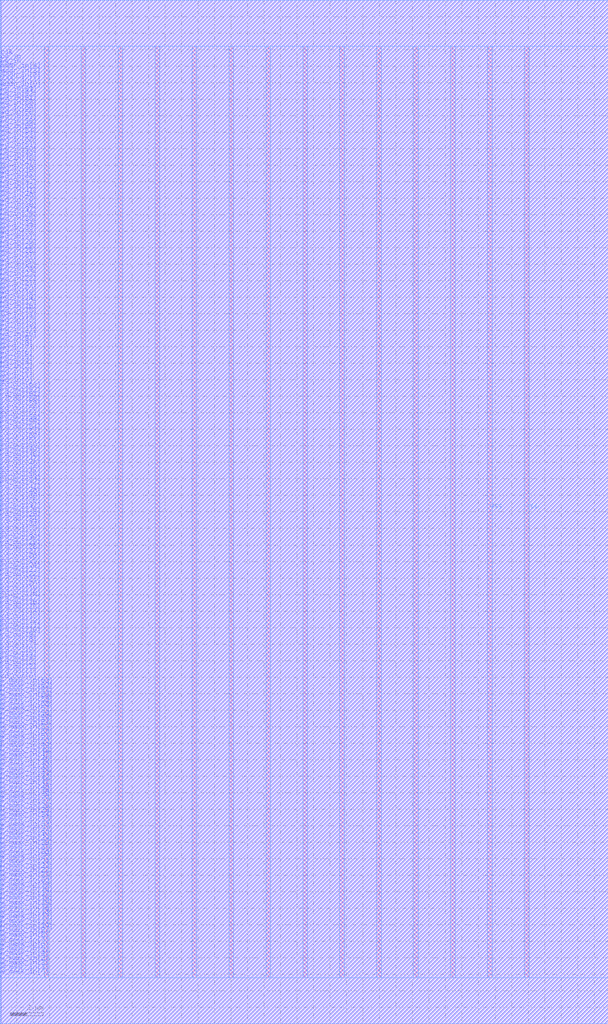
<source format=lef>
VERSION 5.7 ;
BUSBITCHARS "[]" ;
MACRO fakeram45_32x64
  FOREIGN fakeram45_32x64 0 0 ;
  SYMMETRY X Y R90 ;
  SIZE 36.860 BY 62.000 ;
  CLASS BLOCK ;
  PIN w_mask_in[0]
    DIRECTION INPUT ;
    USE SIGNAL ;
    SHAPE ABUTMENT ;
    PORT
      LAYER metal3 ;
      RECT 0.000 2.800 0.070 2.870 ;
    END
  END w_mask_in[0]
  PIN w_mask_in[1]
    DIRECTION INPUT ;
    USE SIGNAL ;
    SHAPE ABUTMENT ;
    PORT
      LAYER metal3 ;
      RECT 0.000 3.080 0.070 3.150 ;
    END
  END w_mask_in[1]
  PIN w_mask_in[2]
    DIRECTION INPUT ;
    USE SIGNAL ;
    SHAPE ABUTMENT ;
    PORT
      LAYER metal3 ;
      RECT 0.000 3.360 0.070 3.430 ;
    END
  END w_mask_in[2]
  PIN w_mask_in[3]
    DIRECTION INPUT ;
    USE SIGNAL ;
    SHAPE ABUTMENT ;
    PORT
      LAYER metal3 ;
      RECT 0.000 3.640 0.070 3.710 ;
    END
  END w_mask_in[3]
  PIN w_mask_in[4]
    DIRECTION INPUT ;
    USE SIGNAL ;
    SHAPE ABUTMENT ;
    PORT
      LAYER metal3 ;
      RECT 0.000 3.920 0.070 3.990 ;
    END
  END w_mask_in[4]
  PIN w_mask_in[5]
    DIRECTION INPUT ;
    USE SIGNAL ;
    SHAPE ABUTMENT ;
    PORT
      LAYER metal3 ;
      RECT 0.000 4.200 0.070 4.270 ;
    END
  END w_mask_in[5]
  PIN w_mask_in[6]
    DIRECTION INPUT ;
    USE SIGNAL ;
    SHAPE ABUTMENT ;
    PORT
      LAYER metal3 ;
      RECT 0.000 4.480 0.070 4.550 ;
    END
  END w_mask_in[6]
  PIN w_mask_in[7]
    DIRECTION INPUT ;
    USE SIGNAL ;
    SHAPE ABUTMENT ;
    PORT
      LAYER metal3 ;
      RECT 0.000 4.760 0.070 4.830 ;
    END
  END w_mask_in[7]
  PIN w_mask_in[8]
    DIRECTION INPUT ;
    USE SIGNAL ;
    SHAPE ABUTMENT ;
    PORT
      LAYER metal3 ;
      RECT 0.000 5.040 0.070 5.110 ;
    END
  END w_mask_in[8]
  PIN w_mask_in[9]
    DIRECTION INPUT ;
    USE SIGNAL ;
    SHAPE ABUTMENT ;
    PORT
      LAYER metal3 ;
      RECT 0.000 5.320 0.070 5.390 ;
    END
  END w_mask_in[9]
  PIN w_mask_in[10]
    DIRECTION INPUT ;
    USE SIGNAL ;
    SHAPE ABUTMENT ;
    PORT
      LAYER metal3 ;
      RECT 0.000 5.600 0.070 5.670 ;
    END
  END w_mask_in[10]
  PIN w_mask_in[11]
    DIRECTION INPUT ;
    USE SIGNAL ;
    SHAPE ABUTMENT ;
    PORT
      LAYER metal3 ;
      RECT 0.000 5.880 0.070 5.950 ;
    END
  END w_mask_in[11]
  PIN w_mask_in[12]
    DIRECTION INPUT ;
    USE SIGNAL ;
    SHAPE ABUTMENT ;
    PORT
      LAYER metal3 ;
      RECT 0.000 6.160 0.070 6.230 ;
    END
  END w_mask_in[12]
  PIN w_mask_in[13]
    DIRECTION INPUT ;
    USE SIGNAL ;
    SHAPE ABUTMENT ;
    PORT
      LAYER metal3 ;
      RECT 0.000 6.440 0.070 6.510 ;
    END
  END w_mask_in[13]
  PIN w_mask_in[14]
    DIRECTION INPUT ;
    USE SIGNAL ;
    SHAPE ABUTMENT ;
    PORT
      LAYER metal3 ;
      RECT 0.000 6.720 0.070 6.790 ;
    END
  END w_mask_in[14]
  PIN w_mask_in[15]
    DIRECTION INPUT ;
    USE SIGNAL ;
    SHAPE ABUTMENT ;
    PORT
      LAYER metal3 ;
      RECT 0.000 7.000 0.070 7.070 ;
    END
  END w_mask_in[15]
  PIN w_mask_in[16]
    DIRECTION INPUT ;
    USE SIGNAL ;
    SHAPE ABUTMENT ;
    PORT
      LAYER metal3 ;
      RECT 0.000 7.280 0.070 7.350 ;
    END
  END w_mask_in[16]
  PIN w_mask_in[17]
    DIRECTION INPUT ;
    USE SIGNAL ;
    SHAPE ABUTMENT ;
    PORT
      LAYER metal3 ;
      RECT 0.000 7.560 0.070 7.630 ;
    END
  END w_mask_in[17]
  PIN w_mask_in[18]
    DIRECTION INPUT ;
    USE SIGNAL ;
    SHAPE ABUTMENT ;
    PORT
      LAYER metal3 ;
      RECT 0.000 7.840 0.070 7.910 ;
    END
  END w_mask_in[18]
  PIN w_mask_in[19]
    DIRECTION INPUT ;
    USE SIGNAL ;
    SHAPE ABUTMENT ;
    PORT
      LAYER metal3 ;
      RECT 0.000 8.120 0.070 8.190 ;
    END
  END w_mask_in[19]
  PIN w_mask_in[20]
    DIRECTION INPUT ;
    USE SIGNAL ;
    SHAPE ABUTMENT ;
    PORT
      LAYER metal3 ;
      RECT 0.000 8.400 0.070 8.470 ;
    END
  END w_mask_in[20]
  PIN w_mask_in[21]
    DIRECTION INPUT ;
    USE SIGNAL ;
    SHAPE ABUTMENT ;
    PORT
      LAYER metal3 ;
      RECT 0.000 8.680 0.070 8.750 ;
    END
  END w_mask_in[21]
  PIN w_mask_in[22]
    DIRECTION INPUT ;
    USE SIGNAL ;
    SHAPE ABUTMENT ;
    PORT
      LAYER metal3 ;
      RECT 0.000 8.960 0.070 9.030 ;
    END
  END w_mask_in[22]
  PIN w_mask_in[23]
    DIRECTION INPUT ;
    USE SIGNAL ;
    SHAPE ABUTMENT ;
    PORT
      LAYER metal3 ;
      RECT 0.000 9.240 0.070 9.310 ;
    END
  END w_mask_in[23]
  PIN w_mask_in[24]
    DIRECTION INPUT ;
    USE SIGNAL ;
    SHAPE ABUTMENT ;
    PORT
      LAYER metal3 ;
      RECT 0.000 9.520 0.070 9.590 ;
    END
  END w_mask_in[24]
  PIN w_mask_in[25]
    DIRECTION INPUT ;
    USE SIGNAL ;
    SHAPE ABUTMENT ;
    PORT
      LAYER metal3 ;
      RECT 0.000 9.800 0.070 9.870 ;
    END
  END w_mask_in[25]
  PIN w_mask_in[26]
    DIRECTION INPUT ;
    USE SIGNAL ;
    SHAPE ABUTMENT ;
    PORT
      LAYER metal3 ;
      RECT 0.000 10.080 0.070 10.150 ;
    END
  END w_mask_in[26]
  PIN w_mask_in[27]
    DIRECTION INPUT ;
    USE SIGNAL ;
    SHAPE ABUTMENT ;
    PORT
      LAYER metal3 ;
      RECT 0.000 10.360 0.070 10.430 ;
    END
  END w_mask_in[27]
  PIN w_mask_in[28]
    DIRECTION INPUT ;
    USE SIGNAL ;
    SHAPE ABUTMENT ;
    PORT
      LAYER metal3 ;
      RECT 0.000 10.640 0.070 10.710 ;
    END
  END w_mask_in[28]
  PIN w_mask_in[29]
    DIRECTION INPUT ;
    USE SIGNAL ;
    SHAPE ABUTMENT ;
    PORT
      LAYER metal3 ;
      RECT 0.000 10.920 0.070 10.990 ;
    END
  END w_mask_in[29]
  PIN w_mask_in[30]
    DIRECTION INPUT ;
    USE SIGNAL ;
    SHAPE ABUTMENT ;
    PORT
      LAYER metal3 ;
      RECT 0.000 11.200 0.070 11.270 ;
    END
  END w_mask_in[30]
  PIN w_mask_in[31]
    DIRECTION INPUT ;
    USE SIGNAL ;
    SHAPE ABUTMENT ;
    PORT
      LAYER metal3 ;
      RECT 0.000 11.480 0.070 11.550 ;
    END
  END w_mask_in[31]
  PIN w_mask_in[32]
    DIRECTION INPUT ;
    USE SIGNAL ;
    SHAPE ABUTMENT ;
    PORT
      LAYER metal3 ;
      RECT 0.000 11.760 0.070 11.830 ;
    END
  END w_mask_in[32]
  PIN w_mask_in[33]
    DIRECTION INPUT ;
    USE SIGNAL ;
    SHAPE ABUTMENT ;
    PORT
      LAYER metal3 ;
      RECT 0.000 12.040 0.070 12.110 ;
    END
  END w_mask_in[33]
  PIN w_mask_in[34]
    DIRECTION INPUT ;
    USE SIGNAL ;
    SHAPE ABUTMENT ;
    PORT
      LAYER metal3 ;
      RECT 0.000 12.320 0.070 12.390 ;
    END
  END w_mask_in[34]
  PIN w_mask_in[35]
    DIRECTION INPUT ;
    USE SIGNAL ;
    SHAPE ABUTMENT ;
    PORT
      LAYER metal3 ;
      RECT 0.000 12.600 0.070 12.670 ;
    END
  END w_mask_in[35]
  PIN w_mask_in[36]
    DIRECTION INPUT ;
    USE SIGNAL ;
    SHAPE ABUTMENT ;
    PORT
      LAYER metal3 ;
      RECT 0.000 12.880 0.070 12.950 ;
    END
  END w_mask_in[36]
  PIN w_mask_in[37]
    DIRECTION INPUT ;
    USE SIGNAL ;
    SHAPE ABUTMENT ;
    PORT
      LAYER metal3 ;
      RECT 0.000 13.160 0.070 13.230 ;
    END
  END w_mask_in[37]
  PIN w_mask_in[38]
    DIRECTION INPUT ;
    USE SIGNAL ;
    SHAPE ABUTMENT ;
    PORT
      LAYER metal3 ;
      RECT 0.000 13.440 0.070 13.510 ;
    END
  END w_mask_in[38]
  PIN w_mask_in[39]
    DIRECTION INPUT ;
    USE SIGNAL ;
    SHAPE ABUTMENT ;
    PORT
      LAYER metal3 ;
      RECT 0.000 13.720 0.070 13.790 ;
    END
  END w_mask_in[39]
  PIN w_mask_in[40]
    DIRECTION INPUT ;
    USE SIGNAL ;
    SHAPE ABUTMENT ;
    PORT
      LAYER metal3 ;
      RECT 0.000 14.000 0.070 14.070 ;
    END
  END w_mask_in[40]
  PIN w_mask_in[41]
    DIRECTION INPUT ;
    USE SIGNAL ;
    SHAPE ABUTMENT ;
    PORT
      LAYER metal3 ;
      RECT 0.000 14.280 0.070 14.350 ;
    END
  END w_mask_in[41]
  PIN w_mask_in[42]
    DIRECTION INPUT ;
    USE SIGNAL ;
    SHAPE ABUTMENT ;
    PORT
      LAYER metal3 ;
      RECT 0.000 14.560 0.070 14.630 ;
    END
  END w_mask_in[42]
  PIN w_mask_in[43]
    DIRECTION INPUT ;
    USE SIGNAL ;
    SHAPE ABUTMENT ;
    PORT
      LAYER metal3 ;
      RECT 0.000 14.840 0.070 14.910 ;
    END
  END w_mask_in[43]
  PIN w_mask_in[44]
    DIRECTION INPUT ;
    USE SIGNAL ;
    SHAPE ABUTMENT ;
    PORT
      LAYER metal3 ;
      RECT 0.000 15.120 0.070 15.190 ;
    END
  END w_mask_in[44]
  PIN w_mask_in[45]
    DIRECTION INPUT ;
    USE SIGNAL ;
    SHAPE ABUTMENT ;
    PORT
      LAYER metal3 ;
      RECT 0.000 15.400 0.070 15.470 ;
    END
  END w_mask_in[45]
  PIN w_mask_in[46]
    DIRECTION INPUT ;
    USE SIGNAL ;
    SHAPE ABUTMENT ;
    PORT
      LAYER metal3 ;
      RECT 0.000 15.680 0.070 15.750 ;
    END
  END w_mask_in[46]
  PIN w_mask_in[47]
    DIRECTION INPUT ;
    USE SIGNAL ;
    SHAPE ABUTMENT ;
    PORT
      LAYER metal3 ;
      RECT 0.000 15.960 0.070 16.030 ;
    END
  END w_mask_in[47]
  PIN w_mask_in[48]
    DIRECTION INPUT ;
    USE SIGNAL ;
    SHAPE ABUTMENT ;
    PORT
      LAYER metal3 ;
      RECT 0.000 16.240 0.070 16.310 ;
    END
  END w_mask_in[48]
  PIN w_mask_in[49]
    DIRECTION INPUT ;
    USE SIGNAL ;
    SHAPE ABUTMENT ;
    PORT
      LAYER metal3 ;
      RECT 0.000 16.520 0.070 16.590 ;
    END
  END w_mask_in[49]
  PIN w_mask_in[50]
    DIRECTION INPUT ;
    USE SIGNAL ;
    SHAPE ABUTMENT ;
    PORT
      LAYER metal3 ;
      RECT 0.000 16.800 0.070 16.870 ;
    END
  END w_mask_in[50]
  PIN w_mask_in[51]
    DIRECTION INPUT ;
    USE SIGNAL ;
    SHAPE ABUTMENT ;
    PORT
      LAYER metal3 ;
      RECT 0.000 17.080 0.070 17.150 ;
    END
  END w_mask_in[51]
  PIN w_mask_in[52]
    DIRECTION INPUT ;
    USE SIGNAL ;
    SHAPE ABUTMENT ;
    PORT
      LAYER metal3 ;
      RECT 0.000 17.360 0.070 17.430 ;
    END
  END w_mask_in[52]
  PIN w_mask_in[53]
    DIRECTION INPUT ;
    USE SIGNAL ;
    SHAPE ABUTMENT ;
    PORT
      LAYER metal3 ;
      RECT 0.000 17.640 0.070 17.710 ;
    END
  END w_mask_in[53]
  PIN w_mask_in[54]
    DIRECTION INPUT ;
    USE SIGNAL ;
    SHAPE ABUTMENT ;
    PORT
      LAYER metal3 ;
      RECT 0.000 17.920 0.070 17.990 ;
    END
  END w_mask_in[54]
  PIN w_mask_in[55]
    DIRECTION INPUT ;
    USE SIGNAL ;
    SHAPE ABUTMENT ;
    PORT
      LAYER metal3 ;
      RECT 0.000 18.200 0.070 18.270 ;
    END
  END w_mask_in[55]
  PIN w_mask_in[56]
    DIRECTION INPUT ;
    USE SIGNAL ;
    SHAPE ABUTMENT ;
    PORT
      LAYER metal3 ;
      RECT 0.000 18.480 0.070 18.550 ;
    END
  END w_mask_in[56]
  PIN w_mask_in[57]
    DIRECTION INPUT ;
    USE SIGNAL ;
    SHAPE ABUTMENT ;
    PORT
      LAYER metal3 ;
      RECT 0.000 18.760 0.070 18.830 ;
    END
  END w_mask_in[57]
  PIN w_mask_in[58]
    DIRECTION INPUT ;
    USE SIGNAL ;
    SHAPE ABUTMENT ;
    PORT
      LAYER metal3 ;
      RECT 0.000 19.040 0.070 19.110 ;
    END
  END w_mask_in[58]
  PIN w_mask_in[59]
    DIRECTION INPUT ;
    USE SIGNAL ;
    SHAPE ABUTMENT ;
    PORT
      LAYER metal3 ;
      RECT 0.000 19.320 0.070 19.390 ;
    END
  END w_mask_in[59]
  PIN w_mask_in[60]
    DIRECTION INPUT ;
    USE SIGNAL ;
    SHAPE ABUTMENT ;
    PORT
      LAYER metal3 ;
      RECT 0.000 19.600 0.070 19.670 ;
    END
  END w_mask_in[60]
  PIN w_mask_in[61]
    DIRECTION INPUT ;
    USE SIGNAL ;
    SHAPE ABUTMENT ;
    PORT
      LAYER metal3 ;
      RECT 0.000 19.880 0.070 19.950 ;
    END
  END w_mask_in[61]
  PIN w_mask_in[62]
    DIRECTION INPUT ;
    USE SIGNAL ;
    SHAPE ABUTMENT ;
    PORT
      LAYER metal3 ;
      RECT 0.000 20.160 0.070 20.230 ;
    END
  END w_mask_in[62]
  PIN w_mask_in[63]
    DIRECTION INPUT ;
    USE SIGNAL ;
    SHAPE ABUTMENT ;
    PORT
      LAYER metal3 ;
      RECT 0.000 20.440 0.070 20.510 ;
    END
  END w_mask_in[63]
  PIN rd_out[0]
    DIRECTION OUTPUT ;
    USE SIGNAL ;
    SHAPE ABUTMENT ;
    PORT
      LAYER metal3 ;
      RECT 0.000 20.720 0.070 20.790 ;
    END
  END rd_out[0]
  PIN rd_out[1]
    DIRECTION OUTPUT ;
    USE SIGNAL ;
    SHAPE ABUTMENT ;
    PORT
      LAYER metal3 ;
      RECT 0.000 21.000 0.070 21.070 ;
    END
  END rd_out[1]
  PIN rd_out[2]
    DIRECTION OUTPUT ;
    USE SIGNAL ;
    SHAPE ABUTMENT ;
    PORT
      LAYER metal3 ;
      RECT 0.000 21.280 0.070 21.350 ;
    END
  END rd_out[2]
  PIN rd_out[3]
    DIRECTION OUTPUT ;
    USE SIGNAL ;
    SHAPE ABUTMENT ;
    PORT
      LAYER metal3 ;
      RECT 0.000 21.560 0.070 21.630 ;
    END
  END rd_out[3]
  PIN rd_out[4]
    DIRECTION OUTPUT ;
    USE SIGNAL ;
    SHAPE ABUTMENT ;
    PORT
      LAYER metal3 ;
      RECT 0.000 21.840 0.070 21.910 ;
    END
  END rd_out[4]
  PIN rd_out[5]
    DIRECTION OUTPUT ;
    USE SIGNAL ;
    SHAPE ABUTMENT ;
    PORT
      LAYER metal3 ;
      RECT 0.000 22.120 0.070 22.190 ;
    END
  END rd_out[5]
  PIN rd_out[6]
    DIRECTION OUTPUT ;
    USE SIGNAL ;
    SHAPE ABUTMENT ;
    PORT
      LAYER metal3 ;
      RECT 0.000 22.400 0.070 22.470 ;
    END
  END rd_out[6]
  PIN rd_out[7]
    DIRECTION OUTPUT ;
    USE SIGNAL ;
    SHAPE ABUTMENT ;
    PORT
      LAYER metal3 ;
      RECT 0.000 22.680 0.070 22.750 ;
    END
  END rd_out[7]
  PIN rd_out[8]
    DIRECTION OUTPUT ;
    USE SIGNAL ;
    SHAPE ABUTMENT ;
    PORT
      LAYER metal3 ;
      RECT 0.000 22.960 0.070 23.030 ;
    END
  END rd_out[8]
  PIN rd_out[9]
    DIRECTION OUTPUT ;
    USE SIGNAL ;
    SHAPE ABUTMENT ;
    PORT
      LAYER metal3 ;
      RECT 0.000 23.240 0.070 23.310 ;
    END
  END rd_out[9]
  PIN rd_out[10]
    DIRECTION OUTPUT ;
    USE SIGNAL ;
    SHAPE ABUTMENT ;
    PORT
      LAYER metal3 ;
      RECT 0.000 23.520 0.070 23.590 ;
    END
  END rd_out[10]
  PIN rd_out[11]
    DIRECTION OUTPUT ;
    USE SIGNAL ;
    SHAPE ABUTMENT ;
    PORT
      LAYER metal3 ;
      RECT 0.000 23.800 0.070 23.870 ;
    END
  END rd_out[11]
  PIN rd_out[12]
    DIRECTION OUTPUT ;
    USE SIGNAL ;
    SHAPE ABUTMENT ;
    PORT
      LAYER metal3 ;
      RECT 0.000 24.080 0.070 24.150 ;
    END
  END rd_out[12]
  PIN rd_out[13]
    DIRECTION OUTPUT ;
    USE SIGNAL ;
    SHAPE ABUTMENT ;
    PORT
      LAYER metal3 ;
      RECT 0.000 24.360 0.070 24.430 ;
    END
  END rd_out[13]
  PIN rd_out[14]
    DIRECTION OUTPUT ;
    USE SIGNAL ;
    SHAPE ABUTMENT ;
    PORT
      LAYER metal3 ;
      RECT 0.000 24.640 0.070 24.710 ;
    END
  END rd_out[14]
  PIN rd_out[15]
    DIRECTION OUTPUT ;
    USE SIGNAL ;
    SHAPE ABUTMENT ;
    PORT
      LAYER metal3 ;
      RECT 0.000 24.920 0.070 24.990 ;
    END
  END rd_out[15]
  PIN rd_out[16]
    DIRECTION OUTPUT ;
    USE SIGNAL ;
    SHAPE ABUTMENT ;
    PORT
      LAYER metal3 ;
      RECT 0.000 25.200 0.070 25.270 ;
    END
  END rd_out[16]
  PIN rd_out[17]
    DIRECTION OUTPUT ;
    USE SIGNAL ;
    SHAPE ABUTMENT ;
    PORT
      LAYER metal3 ;
      RECT 0.000 25.480 0.070 25.550 ;
    END
  END rd_out[17]
  PIN rd_out[18]
    DIRECTION OUTPUT ;
    USE SIGNAL ;
    SHAPE ABUTMENT ;
    PORT
      LAYER metal3 ;
      RECT 0.000 25.760 0.070 25.830 ;
    END
  END rd_out[18]
  PIN rd_out[19]
    DIRECTION OUTPUT ;
    USE SIGNAL ;
    SHAPE ABUTMENT ;
    PORT
      LAYER metal3 ;
      RECT 0.000 26.040 0.070 26.110 ;
    END
  END rd_out[19]
  PIN rd_out[20]
    DIRECTION OUTPUT ;
    USE SIGNAL ;
    SHAPE ABUTMENT ;
    PORT
      LAYER metal3 ;
      RECT 0.000 26.320 0.070 26.390 ;
    END
  END rd_out[20]
  PIN rd_out[21]
    DIRECTION OUTPUT ;
    USE SIGNAL ;
    SHAPE ABUTMENT ;
    PORT
      LAYER metal3 ;
      RECT 0.000 26.600 0.070 26.670 ;
    END
  END rd_out[21]
  PIN rd_out[22]
    DIRECTION OUTPUT ;
    USE SIGNAL ;
    SHAPE ABUTMENT ;
    PORT
      LAYER metal3 ;
      RECT 0.000 26.880 0.070 26.950 ;
    END
  END rd_out[22]
  PIN rd_out[23]
    DIRECTION OUTPUT ;
    USE SIGNAL ;
    SHAPE ABUTMENT ;
    PORT
      LAYER metal3 ;
      RECT 0.000 27.160 0.070 27.230 ;
    END
  END rd_out[23]
  PIN rd_out[24]
    DIRECTION OUTPUT ;
    USE SIGNAL ;
    SHAPE ABUTMENT ;
    PORT
      LAYER metal3 ;
      RECT 0.000 27.440 0.070 27.510 ;
    END
  END rd_out[24]
  PIN rd_out[25]
    DIRECTION OUTPUT ;
    USE SIGNAL ;
    SHAPE ABUTMENT ;
    PORT
      LAYER metal3 ;
      RECT 0.000 27.720 0.070 27.790 ;
    END
  END rd_out[25]
  PIN rd_out[26]
    DIRECTION OUTPUT ;
    USE SIGNAL ;
    SHAPE ABUTMENT ;
    PORT
      LAYER metal3 ;
      RECT 0.000 28.000 0.070 28.070 ;
    END
  END rd_out[26]
  PIN rd_out[27]
    DIRECTION OUTPUT ;
    USE SIGNAL ;
    SHAPE ABUTMENT ;
    PORT
      LAYER metal3 ;
      RECT 0.000 28.280 0.070 28.350 ;
    END
  END rd_out[27]
  PIN rd_out[28]
    DIRECTION OUTPUT ;
    USE SIGNAL ;
    SHAPE ABUTMENT ;
    PORT
      LAYER metal3 ;
      RECT 0.000 28.560 0.070 28.630 ;
    END
  END rd_out[28]
  PIN rd_out[29]
    DIRECTION OUTPUT ;
    USE SIGNAL ;
    SHAPE ABUTMENT ;
    PORT
      LAYER metal3 ;
      RECT 0.000 28.840 0.070 28.910 ;
    END
  END rd_out[29]
  PIN rd_out[30]
    DIRECTION OUTPUT ;
    USE SIGNAL ;
    SHAPE ABUTMENT ;
    PORT
      LAYER metal3 ;
      RECT 0.000 29.120 0.070 29.190 ;
    END
  END rd_out[30]
  PIN rd_out[31]
    DIRECTION OUTPUT ;
    USE SIGNAL ;
    SHAPE ABUTMENT ;
    PORT
      LAYER metal3 ;
      RECT 0.000 29.400 0.070 29.470 ;
    END
  END rd_out[31]
  PIN rd_out[32]
    DIRECTION OUTPUT ;
    USE SIGNAL ;
    SHAPE ABUTMENT ;
    PORT
      LAYER metal3 ;
      RECT 0.000 29.680 0.070 29.750 ;
    END
  END rd_out[32]
  PIN rd_out[33]
    DIRECTION OUTPUT ;
    USE SIGNAL ;
    SHAPE ABUTMENT ;
    PORT
      LAYER metal3 ;
      RECT 0.000 29.960 0.070 30.030 ;
    END
  END rd_out[33]
  PIN rd_out[34]
    DIRECTION OUTPUT ;
    USE SIGNAL ;
    SHAPE ABUTMENT ;
    PORT
      LAYER metal3 ;
      RECT 0.000 30.240 0.070 30.310 ;
    END
  END rd_out[34]
  PIN rd_out[35]
    DIRECTION OUTPUT ;
    USE SIGNAL ;
    SHAPE ABUTMENT ;
    PORT
      LAYER metal3 ;
      RECT 0.000 30.520 0.070 30.590 ;
    END
  END rd_out[35]
  PIN rd_out[36]
    DIRECTION OUTPUT ;
    USE SIGNAL ;
    SHAPE ABUTMENT ;
    PORT
      LAYER metal3 ;
      RECT 0.000 30.800 0.070 30.870 ;
    END
  END rd_out[36]
  PIN rd_out[37]
    DIRECTION OUTPUT ;
    USE SIGNAL ;
    SHAPE ABUTMENT ;
    PORT
      LAYER metal3 ;
      RECT 0.000 31.080 0.070 31.150 ;
    END
  END rd_out[37]
  PIN rd_out[38]
    DIRECTION OUTPUT ;
    USE SIGNAL ;
    SHAPE ABUTMENT ;
    PORT
      LAYER metal3 ;
      RECT 0.000 31.360 0.070 31.430 ;
    END
  END rd_out[38]
  PIN rd_out[39]
    DIRECTION OUTPUT ;
    USE SIGNAL ;
    SHAPE ABUTMENT ;
    PORT
      LAYER metal3 ;
      RECT 0.000 31.640 0.070 31.710 ;
    END
  END rd_out[39]
  PIN rd_out[40]
    DIRECTION OUTPUT ;
    USE SIGNAL ;
    SHAPE ABUTMENT ;
    PORT
      LAYER metal3 ;
      RECT 0.000 31.920 0.070 31.990 ;
    END
  END rd_out[40]
  PIN rd_out[41]
    DIRECTION OUTPUT ;
    USE SIGNAL ;
    SHAPE ABUTMENT ;
    PORT
      LAYER metal3 ;
      RECT 0.000 32.200 0.070 32.270 ;
    END
  END rd_out[41]
  PIN rd_out[42]
    DIRECTION OUTPUT ;
    USE SIGNAL ;
    SHAPE ABUTMENT ;
    PORT
      LAYER metal3 ;
      RECT 0.000 32.480 0.070 32.550 ;
    END
  END rd_out[42]
  PIN rd_out[43]
    DIRECTION OUTPUT ;
    USE SIGNAL ;
    SHAPE ABUTMENT ;
    PORT
      LAYER metal3 ;
      RECT 0.000 32.760 0.070 32.830 ;
    END
  END rd_out[43]
  PIN rd_out[44]
    DIRECTION OUTPUT ;
    USE SIGNAL ;
    SHAPE ABUTMENT ;
    PORT
      LAYER metal3 ;
      RECT 0.000 33.040 0.070 33.110 ;
    END
  END rd_out[44]
  PIN rd_out[45]
    DIRECTION OUTPUT ;
    USE SIGNAL ;
    SHAPE ABUTMENT ;
    PORT
      LAYER metal3 ;
      RECT 0.000 33.320 0.070 33.390 ;
    END
  END rd_out[45]
  PIN rd_out[46]
    DIRECTION OUTPUT ;
    USE SIGNAL ;
    SHAPE ABUTMENT ;
    PORT
      LAYER metal3 ;
      RECT 0.000 33.600 0.070 33.670 ;
    END
  END rd_out[46]
  PIN rd_out[47]
    DIRECTION OUTPUT ;
    USE SIGNAL ;
    SHAPE ABUTMENT ;
    PORT
      LAYER metal3 ;
      RECT 0.000 33.880 0.070 33.950 ;
    END
  END rd_out[47]
  PIN rd_out[48]
    DIRECTION OUTPUT ;
    USE SIGNAL ;
    SHAPE ABUTMENT ;
    PORT
      LAYER metal3 ;
      RECT 0.000 34.160 0.070 34.230 ;
    END
  END rd_out[48]
  PIN rd_out[49]
    DIRECTION OUTPUT ;
    USE SIGNAL ;
    SHAPE ABUTMENT ;
    PORT
      LAYER metal3 ;
      RECT 0.000 34.440 0.070 34.510 ;
    END
  END rd_out[49]
  PIN rd_out[50]
    DIRECTION OUTPUT ;
    USE SIGNAL ;
    SHAPE ABUTMENT ;
    PORT
      LAYER metal3 ;
      RECT 0.000 34.720 0.070 34.790 ;
    END
  END rd_out[50]
  PIN rd_out[51]
    DIRECTION OUTPUT ;
    USE SIGNAL ;
    SHAPE ABUTMENT ;
    PORT
      LAYER metal3 ;
      RECT 0.000 35.000 0.070 35.070 ;
    END
  END rd_out[51]
  PIN rd_out[52]
    DIRECTION OUTPUT ;
    USE SIGNAL ;
    SHAPE ABUTMENT ;
    PORT
      LAYER metal3 ;
      RECT 0.000 35.280 0.070 35.350 ;
    END
  END rd_out[52]
  PIN rd_out[53]
    DIRECTION OUTPUT ;
    USE SIGNAL ;
    SHAPE ABUTMENT ;
    PORT
      LAYER metal3 ;
      RECT 0.000 35.560 0.070 35.630 ;
    END
  END rd_out[53]
  PIN rd_out[54]
    DIRECTION OUTPUT ;
    USE SIGNAL ;
    SHAPE ABUTMENT ;
    PORT
      LAYER metal3 ;
      RECT 0.000 35.840 0.070 35.910 ;
    END
  END rd_out[54]
  PIN rd_out[55]
    DIRECTION OUTPUT ;
    USE SIGNAL ;
    SHAPE ABUTMENT ;
    PORT
      LAYER metal3 ;
      RECT 0.000 36.120 0.070 36.190 ;
    END
  END rd_out[55]
  PIN rd_out[56]
    DIRECTION OUTPUT ;
    USE SIGNAL ;
    SHAPE ABUTMENT ;
    PORT
      LAYER metal3 ;
      RECT 0.000 36.400 0.070 36.470 ;
    END
  END rd_out[56]
  PIN rd_out[57]
    DIRECTION OUTPUT ;
    USE SIGNAL ;
    SHAPE ABUTMENT ;
    PORT
      LAYER metal3 ;
      RECT 0.000 36.680 0.070 36.750 ;
    END
  END rd_out[57]
  PIN rd_out[58]
    DIRECTION OUTPUT ;
    USE SIGNAL ;
    SHAPE ABUTMENT ;
    PORT
      LAYER metal3 ;
      RECT 0.000 36.960 0.070 37.030 ;
    END
  END rd_out[58]
  PIN rd_out[59]
    DIRECTION OUTPUT ;
    USE SIGNAL ;
    SHAPE ABUTMENT ;
    PORT
      LAYER metal3 ;
      RECT 0.000 37.240 0.070 37.310 ;
    END
  END rd_out[59]
  PIN rd_out[60]
    DIRECTION OUTPUT ;
    USE SIGNAL ;
    SHAPE ABUTMENT ;
    PORT
      LAYER metal3 ;
      RECT 0.000 37.520 0.070 37.590 ;
    END
  END rd_out[60]
  PIN rd_out[61]
    DIRECTION OUTPUT ;
    USE SIGNAL ;
    SHAPE ABUTMENT ;
    PORT
      LAYER metal3 ;
      RECT 0.000 37.800 0.070 37.870 ;
    END
  END rd_out[61]
  PIN rd_out[62]
    DIRECTION OUTPUT ;
    USE SIGNAL ;
    SHAPE ABUTMENT ;
    PORT
      LAYER metal3 ;
      RECT 0.000 38.080 0.070 38.150 ;
    END
  END rd_out[62]
  PIN rd_out[63]
    DIRECTION OUTPUT ;
    USE SIGNAL ;
    SHAPE ABUTMENT ;
    PORT
      LAYER metal3 ;
      RECT 0.000 38.360 0.070 38.430 ;
    END
  END rd_out[63]
  PIN wd_in[0]
    DIRECTION INPUT ;
    USE SIGNAL ;
    SHAPE ABUTMENT ;
    PORT
      LAYER metal3 ;
      RECT 0.000 38.640 0.070 38.710 ;
    END
  END wd_in[0]
  PIN wd_in[1]
    DIRECTION INPUT ;
    USE SIGNAL ;
    SHAPE ABUTMENT ;
    PORT
      LAYER metal3 ;
      RECT 0.000 38.920 0.070 38.990 ;
    END
  END wd_in[1]
  PIN wd_in[2]
    DIRECTION INPUT ;
    USE SIGNAL ;
    SHAPE ABUTMENT ;
    PORT
      LAYER metal3 ;
      RECT 0.000 39.200 0.070 39.270 ;
    END
  END wd_in[2]
  PIN wd_in[3]
    DIRECTION INPUT ;
    USE SIGNAL ;
    SHAPE ABUTMENT ;
    PORT
      LAYER metal3 ;
      RECT 0.000 39.480 0.070 39.550 ;
    END
  END wd_in[3]
  PIN wd_in[4]
    DIRECTION INPUT ;
    USE SIGNAL ;
    SHAPE ABUTMENT ;
    PORT
      LAYER metal3 ;
      RECT 0.000 39.760 0.070 39.830 ;
    END
  END wd_in[4]
  PIN wd_in[5]
    DIRECTION INPUT ;
    USE SIGNAL ;
    SHAPE ABUTMENT ;
    PORT
      LAYER metal3 ;
      RECT 0.000 40.040 0.070 40.110 ;
    END
  END wd_in[5]
  PIN wd_in[6]
    DIRECTION INPUT ;
    USE SIGNAL ;
    SHAPE ABUTMENT ;
    PORT
      LAYER metal3 ;
      RECT 0.000 40.320 0.070 40.390 ;
    END
  END wd_in[6]
  PIN wd_in[7]
    DIRECTION INPUT ;
    USE SIGNAL ;
    SHAPE ABUTMENT ;
    PORT
      LAYER metal3 ;
      RECT 0.000 40.600 0.070 40.670 ;
    END
  END wd_in[7]
  PIN wd_in[8]
    DIRECTION INPUT ;
    USE SIGNAL ;
    SHAPE ABUTMENT ;
    PORT
      LAYER metal3 ;
      RECT 0.000 40.880 0.070 40.950 ;
    END
  END wd_in[8]
  PIN wd_in[9]
    DIRECTION INPUT ;
    USE SIGNAL ;
    SHAPE ABUTMENT ;
    PORT
      LAYER metal3 ;
      RECT 0.000 41.160 0.070 41.230 ;
    END
  END wd_in[9]
  PIN wd_in[10]
    DIRECTION INPUT ;
    USE SIGNAL ;
    SHAPE ABUTMENT ;
    PORT
      LAYER metal3 ;
      RECT 0.000 41.440 0.070 41.510 ;
    END
  END wd_in[10]
  PIN wd_in[11]
    DIRECTION INPUT ;
    USE SIGNAL ;
    SHAPE ABUTMENT ;
    PORT
      LAYER metal3 ;
      RECT 0.000 41.720 0.070 41.790 ;
    END
  END wd_in[11]
  PIN wd_in[12]
    DIRECTION INPUT ;
    USE SIGNAL ;
    SHAPE ABUTMENT ;
    PORT
      LAYER metal3 ;
      RECT 0.000 42.000 0.070 42.070 ;
    END
  END wd_in[12]
  PIN wd_in[13]
    DIRECTION INPUT ;
    USE SIGNAL ;
    SHAPE ABUTMENT ;
    PORT
      LAYER metal3 ;
      RECT 0.000 42.280 0.070 42.350 ;
    END
  END wd_in[13]
  PIN wd_in[14]
    DIRECTION INPUT ;
    USE SIGNAL ;
    SHAPE ABUTMENT ;
    PORT
      LAYER metal3 ;
      RECT 0.000 42.560 0.070 42.630 ;
    END
  END wd_in[14]
  PIN wd_in[15]
    DIRECTION INPUT ;
    USE SIGNAL ;
    SHAPE ABUTMENT ;
    PORT
      LAYER metal3 ;
      RECT 0.000 42.840 0.070 42.910 ;
    END
  END wd_in[15]
  PIN wd_in[16]
    DIRECTION INPUT ;
    USE SIGNAL ;
    SHAPE ABUTMENT ;
    PORT
      LAYER metal3 ;
      RECT 0.000 43.120 0.070 43.190 ;
    END
  END wd_in[16]
  PIN wd_in[17]
    DIRECTION INPUT ;
    USE SIGNAL ;
    SHAPE ABUTMENT ;
    PORT
      LAYER metal3 ;
      RECT 0.000 43.400 0.070 43.470 ;
    END
  END wd_in[17]
  PIN wd_in[18]
    DIRECTION INPUT ;
    USE SIGNAL ;
    SHAPE ABUTMENT ;
    PORT
      LAYER metal3 ;
      RECT 0.000 43.680 0.070 43.750 ;
    END
  END wd_in[18]
  PIN wd_in[19]
    DIRECTION INPUT ;
    USE SIGNAL ;
    SHAPE ABUTMENT ;
    PORT
      LAYER metal3 ;
      RECT 0.000 43.960 0.070 44.030 ;
    END
  END wd_in[19]
  PIN wd_in[20]
    DIRECTION INPUT ;
    USE SIGNAL ;
    SHAPE ABUTMENT ;
    PORT
      LAYER metal3 ;
      RECT 0.000 44.240 0.070 44.310 ;
    END
  END wd_in[20]
  PIN wd_in[21]
    DIRECTION INPUT ;
    USE SIGNAL ;
    SHAPE ABUTMENT ;
    PORT
      LAYER metal3 ;
      RECT 0.000 44.520 0.070 44.590 ;
    END
  END wd_in[21]
  PIN wd_in[22]
    DIRECTION INPUT ;
    USE SIGNAL ;
    SHAPE ABUTMENT ;
    PORT
      LAYER metal3 ;
      RECT 0.000 44.800 0.070 44.870 ;
    END
  END wd_in[22]
  PIN wd_in[23]
    DIRECTION INPUT ;
    USE SIGNAL ;
    SHAPE ABUTMENT ;
    PORT
      LAYER metal3 ;
      RECT 0.000 45.080 0.070 45.150 ;
    END
  END wd_in[23]
  PIN wd_in[24]
    DIRECTION INPUT ;
    USE SIGNAL ;
    SHAPE ABUTMENT ;
    PORT
      LAYER metal3 ;
      RECT 0.000 45.360 0.070 45.430 ;
    END
  END wd_in[24]
  PIN wd_in[25]
    DIRECTION INPUT ;
    USE SIGNAL ;
    SHAPE ABUTMENT ;
    PORT
      LAYER metal3 ;
      RECT 0.000 45.640 0.070 45.710 ;
    END
  END wd_in[25]
  PIN wd_in[26]
    DIRECTION INPUT ;
    USE SIGNAL ;
    SHAPE ABUTMENT ;
    PORT
      LAYER metal3 ;
      RECT 0.000 45.920 0.070 45.990 ;
    END
  END wd_in[26]
  PIN wd_in[27]
    DIRECTION INPUT ;
    USE SIGNAL ;
    SHAPE ABUTMENT ;
    PORT
      LAYER metal3 ;
      RECT 0.000 46.200 0.070 46.270 ;
    END
  END wd_in[27]
  PIN wd_in[28]
    DIRECTION INPUT ;
    USE SIGNAL ;
    SHAPE ABUTMENT ;
    PORT
      LAYER metal3 ;
      RECT 0.000 46.480 0.070 46.550 ;
    END
  END wd_in[28]
  PIN wd_in[29]
    DIRECTION INPUT ;
    USE SIGNAL ;
    SHAPE ABUTMENT ;
    PORT
      LAYER metal3 ;
      RECT 0.000 46.760 0.070 46.830 ;
    END
  END wd_in[29]
  PIN wd_in[30]
    DIRECTION INPUT ;
    USE SIGNAL ;
    SHAPE ABUTMENT ;
    PORT
      LAYER metal3 ;
      RECT 0.000 47.040 0.070 47.110 ;
    END
  END wd_in[30]
  PIN wd_in[31]
    DIRECTION INPUT ;
    USE SIGNAL ;
    SHAPE ABUTMENT ;
    PORT
      LAYER metal3 ;
      RECT 0.000 47.320 0.070 47.390 ;
    END
  END wd_in[31]
  PIN wd_in[32]
    DIRECTION INPUT ;
    USE SIGNAL ;
    SHAPE ABUTMENT ;
    PORT
      LAYER metal3 ;
      RECT 0.000 47.600 0.070 47.670 ;
    END
  END wd_in[32]
  PIN wd_in[33]
    DIRECTION INPUT ;
    USE SIGNAL ;
    SHAPE ABUTMENT ;
    PORT
      LAYER metal3 ;
      RECT 0.000 47.880 0.070 47.950 ;
    END
  END wd_in[33]
  PIN wd_in[34]
    DIRECTION INPUT ;
    USE SIGNAL ;
    SHAPE ABUTMENT ;
    PORT
      LAYER metal3 ;
      RECT 0.000 48.160 0.070 48.230 ;
    END
  END wd_in[34]
  PIN wd_in[35]
    DIRECTION INPUT ;
    USE SIGNAL ;
    SHAPE ABUTMENT ;
    PORT
      LAYER metal3 ;
      RECT 0.000 48.440 0.070 48.510 ;
    END
  END wd_in[35]
  PIN wd_in[36]
    DIRECTION INPUT ;
    USE SIGNAL ;
    SHAPE ABUTMENT ;
    PORT
      LAYER metal3 ;
      RECT 0.000 48.720 0.070 48.790 ;
    END
  END wd_in[36]
  PIN wd_in[37]
    DIRECTION INPUT ;
    USE SIGNAL ;
    SHAPE ABUTMENT ;
    PORT
      LAYER metal3 ;
      RECT 0.000 49.000 0.070 49.070 ;
    END
  END wd_in[37]
  PIN wd_in[38]
    DIRECTION INPUT ;
    USE SIGNAL ;
    SHAPE ABUTMENT ;
    PORT
      LAYER metal3 ;
      RECT 0.000 49.280 0.070 49.350 ;
    END
  END wd_in[38]
  PIN wd_in[39]
    DIRECTION INPUT ;
    USE SIGNAL ;
    SHAPE ABUTMENT ;
    PORT
      LAYER metal3 ;
      RECT 0.000 49.560 0.070 49.630 ;
    END
  END wd_in[39]
  PIN wd_in[40]
    DIRECTION INPUT ;
    USE SIGNAL ;
    SHAPE ABUTMENT ;
    PORT
      LAYER metal3 ;
      RECT 0.000 49.840 0.070 49.910 ;
    END
  END wd_in[40]
  PIN wd_in[41]
    DIRECTION INPUT ;
    USE SIGNAL ;
    SHAPE ABUTMENT ;
    PORT
      LAYER metal3 ;
      RECT 0.000 50.120 0.070 50.190 ;
    END
  END wd_in[41]
  PIN wd_in[42]
    DIRECTION INPUT ;
    USE SIGNAL ;
    SHAPE ABUTMENT ;
    PORT
      LAYER metal3 ;
      RECT 0.000 50.400 0.070 50.470 ;
    END
  END wd_in[42]
  PIN wd_in[43]
    DIRECTION INPUT ;
    USE SIGNAL ;
    SHAPE ABUTMENT ;
    PORT
      LAYER metal3 ;
      RECT 0.000 50.680 0.070 50.750 ;
    END
  END wd_in[43]
  PIN wd_in[44]
    DIRECTION INPUT ;
    USE SIGNAL ;
    SHAPE ABUTMENT ;
    PORT
      LAYER metal3 ;
      RECT 0.000 50.960 0.070 51.030 ;
    END
  END wd_in[44]
  PIN wd_in[45]
    DIRECTION INPUT ;
    USE SIGNAL ;
    SHAPE ABUTMENT ;
    PORT
      LAYER metal3 ;
      RECT 0.000 51.240 0.070 51.310 ;
    END
  END wd_in[45]
  PIN wd_in[46]
    DIRECTION INPUT ;
    USE SIGNAL ;
    SHAPE ABUTMENT ;
    PORT
      LAYER metal3 ;
      RECT 0.000 51.520 0.070 51.590 ;
    END
  END wd_in[46]
  PIN wd_in[47]
    DIRECTION INPUT ;
    USE SIGNAL ;
    SHAPE ABUTMENT ;
    PORT
      LAYER metal3 ;
      RECT 0.000 51.800 0.070 51.870 ;
    END
  END wd_in[47]
  PIN wd_in[48]
    DIRECTION INPUT ;
    USE SIGNAL ;
    SHAPE ABUTMENT ;
    PORT
      LAYER metal3 ;
      RECT 0.000 52.080 0.070 52.150 ;
    END
  END wd_in[48]
  PIN wd_in[49]
    DIRECTION INPUT ;
    USE SIGNAL ;
    SHAPE ABUTMENT ;
    PORT
      LAYER metal3 ;
      RECT 0.000 52.360 0.070 52.430 ;
    END
  END wd_in[49]
  PIN wd_in[50]
    DIRECTION INPUT ;
    USE SIGNAL ;
    SHAPE ABUTMENT ;
    PORT
      LAYER metal3 ;
      RECT 0.000 52.640 0.070 52.710 ;
    END
  END wd_in[50]
  PIN wd_in[51]
    DIRECTION INPUT ;
    USE SIGNAL ;
    SHAPE ABUTMENT ;
    PORT
      LAYER metal3 ;
      RECT 0.000 52.920 0.070 52.990 ;
    END
  END wd_in[51]
  PIN wd_in[52]
    DIRECTION INPUT ;
    USE SIGNAL ;
    SHAPE ABUTMENT ;
    PORT
      LAYER metal3 ;
      RECT 0.000 53.200 0.070 53.270 ;
    END
  END wd_in[52]
  PIN wd_in[53]
    DIRECTION INPUT ;
    USE SIGNAL ;
    SHAPE ABUTMENT ;
    PORT
      LAYER metal3 ;
      RECT 0.000 53.480 0.070 53.550 ;
    END
  END wd_in[53]
  PIN wd_in[54]
    DIRECTION INPUT ;
    USE SIGNAL ;
    SHAPE ABUTMENT ;
    PORT
      LAYER metal3 ;
      RECT 0.000 53.760 0.070 53.830 ;
    END
  END wd_in[54]
  PIN wd_in[55]
    DIRECTION INPUT ;
    USE SIGNAL ;
    SHAPE ABUTMENT ;
    PORT
      LAYER metal3 ;
      RECT 0.000 54.040 0.070 54.110 ;
    END
  END wd_in[55]
  PIN wd_in[56]
    DIRECTION INPUT ;
    USE SIGNAL ;
    SHAPE ABUTMENT ;
    PORT
      LAYER metal3 ;
      RECT 0.000 54.320 0.070 54.390 ;
    END
  END wd_in[56]
  PIN wd_in[57]
    DIRECTION INPUT ;
    USE SIGNAL ;
    SHAPE ABUTMENT ;
    PORT
      LAYER metal3 ;
      RECT 0.000 54.600 0.070 54.670 ;
    END
  END wd_in[57]
  PIN wd_in[58]
    DIRECTION INPUT ;
    USE SIGNAL ;
    SHAPE ABUTMENT ;
    PORT
      LAYER metal3 ;
      RECT 0.000 54.880 0.070 54.950 ;
    END
  END wd_in[58]
  PIN wd_in[59]
    DIRECTION INPUT ;
    USE SIGNAL ;
    SHAPE ABUTMENT ;
    PORT
      LAYER metal3 ;
      RECT 0.000 55.160 0.070 55.230 ;
    END
  END wd_in[59]
  PIN wd_in[60]
    DIRECTION INPUT ;
    USE SIGNAL ;
    SHAPE ABUTMENT ;
    PORT
      LAYER metal3 ;
      RECT 0.000 55.440 0.070 55.510 ;
    END
  END wd_in[60]
  PIN wd_in[61]
    DIRECTION INPUT ;
    USE SIGNAL ;
    SHAPE ABUTMENT ;
    PORT
      LAYER metal3 ;
      RECT 0.000 55.720 0.070 55.790 ;
    END
  END wd_in[61]
  PIN wd_in[62]
    DIRECTION INPUT ;
    USE SIGNAL ;
    SHAPE ABUTMENT ;
    PORT
      LAYER metal3 ;
      RECT 0.000 56.000 0.070 56.070 ;
    END
  END wd_in[62]
  PIN wd_in[63]
    DIRECTION INPUT ;
    USE SIGNAL ;
    SHAPE ABUTMENT ;
    PORT
      LAYER metal3 ;
      RECT 0.000 56.280 0.070 56.350 ;
    END
  END wd_in[63]
  PIN addr_in[0]
    DIRECTION INPUT ;
    USE SIGNAL ;
    SHAPE ABUTMENT ;
    PORT
      LAYER metal3 ;
      RECT 0.000 56.560 0.070 56.630 ;
    END
  END addr_in[0]
  PIN addr_in[1]
    DIRECTION INPUT ;
    USE SIGNAL ;
    SHAPE ABUTMENT ;
    PORT
      LAYER metal3 ;
      RECT 0.000 56.840 0.070 56.910 ;
    END
  END addr_in[1]
  PIN addr_in[2]
    DIRECTION INPUT ;
    USE SIGNAL ;
    SHAPE ABUTMENT ;
    PORT
      LAYER metal3 ;
      RECT 0.000 57.120 0.070 57.190 ;
    END
  END addr_in[2]
  PIN addr_in[3]
    DIRECTION INPUT ;
    USE SIGNAL ;
    SHAPE ABUTMENT ;
    PORT
      LAYER metal3 ;
      RECT 0.000 57.400 0.070 57.470 ;
    END
  END addr_in[3]
  PIN addr_in[4]
    DIRECTION INPUT ;
    USE SIGNAL ;
    SHAPE ABUTMENT ;
    PORT
      LAYER metal3 ;
      RECT 0.000 57.680 0.070 57.750 ;
    END
  END addr_in[4]
  PIN we_in
    DIRECTION INPUT ;
    USE SIGNAL ;
    SHAPE ABUTMENT ;
    PORT
      LAYER metal3 ;
      RECT 0.000 57.960 0.070 58.030 ;
    END
  END we_in
  PIN ce_in
    DIRECTION INPUT ;
    USE SIGNAL ;
    SHAPE ABUTMENT ;
    PORT
      LAYER metal3 ;
      RECT 0.000 58.240 0.070 58.310 ;
    END
  END ce_in
  PIN clk
    DIRECTION INPUT ;
    USE SIGNAL ;
    SHAPE ABUTMENT ;
    PORT
      LAYER metal3 ;
      RECT 0.000 58.520 0.070 58.590 ;
    END
  END clk
  PIN VSS
    DIRECTION INOUT ;
    USE GROUND ;
    PORT
      LAYER metal4 ;
      RECT 2.660 2.800 2.940 59.200 ;
      RECT 7.140 2.800 7.420 59.200 ;
      RECT 11.620 2.800 11.900 59.200 ;
      RECT 16.100 2.800 16.380 59.200 ;
      RECT 20.580 2.800 20.860 59.200 ;
      RECT 25.060 2.800 25.340 59.200 ;
      RECT 29.540 2.800 29.820 59.200 ;
    END
  END VSS
  PIN VDD
    DIRECTION INOUT ;
    USE POWER ;
    PORT
      LAYER metal4 ;
      RECT 4.900 2.800 5.180 59.200 ;
      RECT 9.380 2.800 9.660 59.200 ;
      RECT 13.860 2.800 14.140 59.200 ;
      RECT 18.340 2.800 18.620 59.200 ;
      RECT 22.820 2.800 23.100 59.200 ;
      RECT 27.300 2.800 27.580 59.200 ;
      RECT 31.780 2.800 32.060 59.200 ;
    END
  END VDD
  OBS
    LAYER metal1 ;
    RECT 0 0 36.860 62.000 ;
    LAYER metal2 ;
    RECT 0 0 36.860 62.000 ;
    LAYER metal3 ;
    RECT 0.070 0 36.860 62.000 ;
    RECT 0 0.000 0.070 2.800 ;
    RECT 0 2.870 0.070 3.080 ;
    RECT 0 3.150 0.070 3.360 ;
    RECT 0 3.430 0.070 3.640 ;
    RECT 0 3.710 0.070 3.920 ;
    RECT 0 3.990 0.070 4.200 ;
    RECT 0 4.270 0.070 4.480 ;
    RECT 0 4.550 0.070 4.760 ;
    RECT 0 4.830 0.070 5.040 ;
    RECT 0 5.110 0.070 5.320 ;
    RECT 0 5.390 0.070 5.600 ;
    RECT 0 5.670 0.070 5.880 ;
    RECT 0 5.950 0.070 6.160 ;
    RECT 0 6.230 0.070 6.440 ;
    RECT 0 6.510 0.070 6.720 ;
    RECT 0 6.790 0.070 7.000 ;
    RECT 0 7.070 0.070 7.280 ;
    RECT 0 7.350 0.070 7.560 ;
    RECT 0 7.630 0.070 7.840 ;
    RECT 0 7.910 0.070 8.120 ;
    RECT 0 8.190 0.070 8.400 ;
    RECT 0 8.470 0.070 8.680 ;
    RECT 0 8.750 0.070 8.960 ;
    RECT 0 9.030 0.070 9.240 ;
    RECT 0 9.310 0.070 9.520 ;
    RECT 0 9.590 0.070 9.800 ;
    RECT 0 9.870 0.070 10.080 ;
    RECT 0 10.150 0.070 10.360 ;
    RECT 0 10.430 0.070 10.640 ;
    RECT 0 10.710 0.070 10.920 ;
    RECT 0 10.990 0.070 11.200 ;
    RECT 0 11.270 0.070 11.480 ;
    RECT 0 11.550 0.070 11.760 ;
    RECT 0 11.830 0.070 12.040 ;
    RECT 0 12.110 0.070 12.320 ;
    RECT 0 12.390 0.070 12.600 ;
    RECT 0 12.670 0.070 12.880 ;
    RECT 0 12.950 0.070 13.160 ;
    RECT 0 13.230 0.070 13.440 ;
    RECT 0 13.510 0.070 13.720 ;
    RECT 0 13.790 0.070 14.000 ;
    RECT 0 14.070 0.070 14.280 ;
    RECT 0 14.350 0.070 14.560 ;
    RECT 0 14.630 0.070 14.840 ;
    RECT 0 14.910 0.070 15.120 ;
    RECT 0 15.190 0.070 15.400 ;
    RECT 0 15.470 0.070 15.680 ;
    RECT 0 15.750 0.070 15.960 ;
    RECT 0 16.030 0.070 16.240 ;
    RECT 0 16.310 0.070 16.520 ;
    RECT 0 16.590 0.070 16.800 ;
    RECT 0 16.870 0.070 17.080 ;
    RECT 0 17.150 0.070 17.360 ;
    RECT 0 17.430 0.070 17.640 ;
    RECT 0 17.710 0.070 17.920 ;
    RECT 0 17.990 0.070 18.200 ;
    RECT 0 18.270 0.070 18.480 ;
    RECT 0 18.550 0.070 18.760 ;
    RECT 0 18.830 0.070 19.040 ;
    RECT 0 19.110 0.070 19.320 ;
    RECT 0 19.390 0.070 19.600 ;
    RECT 0 19.670 0.070 19.880 ;
    RECT 0 19.950 0.070 20.160 ;
    RECT 0 20.230 0.070 20.440 ;
    RECT 0 20.510 0.070 20.720 ;
    RECT 0 20.790 0.070 21.000 ;
    RECT 0 21.070 0.070 21.280 ;
    RECT 0 21.350 0.070 21.560 ;
    RECT 0 21.630 0.070 21.840 ;
    RECT 0 21.910 0.070 22.120 ;
    RECT 0 22.190 0.070 22.400 ;
    RECT 0 22.470 0.070 22.680 ;
    RECT 0 22.750 0.070 22.960 ;
    RECT 0 23.030 0.070 23.240 ;
    RECT 0 23.310 0.070 23.520 ;
    RECT 0 23.590 0.070 23.800 ;
    RECT 0 23.870 0.070 24.080 ;
    RECT 0 24.150 0.070 24.360 ;
    RECT 0 24.430 0.070 24.640 ;
    RECT 0 24.710 0.070 24.920 ;
    RECT 0 24.990 0.070 25.200 ;
    RECT 0 25.270 0.070 25.480 ;
    RECT 0 25.550 0.070 25.760 ;
    RECT 0 25.830 0.070 26.040 ;
    RECT 0 26.110 0.070 26.320 ;
    RECT 0 26.390 0.070 26.600 ;
    RECT 0 26.670 0.070 26.880 ;
    RECT 0 26.950 0.070 27.160 ;
    RECT 0 27.230 0.070 27.440 ;
    RECT 0 27.510 0.070 27.720 ;
    RECT 0 27.790 0.070 28.000 ;
    RECT 0 28.070 0.070 28.280 ;
    RECT 0 28.350 0.070 28.560 ;
    RECT 0 28.630 0.070 28.840 ;
    RECT 0 28.910 0.070 29.120 ;
    RECT 0 29.190 0.070 29.400 ;
    RECT 0 29.470 0.070 29.680 ;
    RECT 0 29.750 0.070 29.960 ;
    RECT 0 30.030 0.070 30.240 ;
    RECT 0 30.310 0.070 30.520 ;
    RECT 0 30.590 0.070 30.800 ;
    RECT 0 30.870 0.070 31.080 ;
    RECT 0 31.150 0.070 31.360 ;
    RECT 0 31.430 0.070 31.640 ;
    RECT 0 31.710 0.070 31.920 ;
    RECT 0 31.990 0.070 32.200 ;
    RECT 0 32.270 0.070 32.480 ;
    RECT 0 32.550 0.070 32.760 ;
    RECT 0 32.830 0.070 33.040 ;
    RECT 0 33.110 0.070 33.320 ;
    RECT 0 33.390 0.070 33.600 ;
    RECT 0 33.670 0.070 33.880 ;
    RECT 0 33.950 0.070 34.160 ;
    RECT 0 34.230 0.070 34.440 ;
    RECT 0 34.510 0.070 34.720 ;
    RECT 0 34.790 0.070 35.000 ;
    RECT 0 35.070 0.070 35.280 ;
    RECT 0 35.350 0.070 35.560 ;
    RECT 0 35.630 0.070 35.840 ;
    RECT 0 35.910 0.070 36.120 ;
    RECT 0 36.190 0.070 36.400 ;
    RECT 0 36.470 0.070 36.680 ;
    RECT 0 36.750 0.070 36.960 ;
    RECT 0 37.030 0.070 37.240 ;
    RECT 0 37.310 0.070 37.520 ;
    RECT 0 37.590 0.070 37.800 ;
    RECT 0 37.870 0.070 38.080 ;
    RECT 0 38.150 0.070 38.360 ;
    RECT 0 38.430 0.070 38.640 ;
    RECT 0 38.710 0.070 38.920 ;
    RECT 0 38.990 0.070 39.200 ;
    RECT 0 39.270 0.070 39.480 ;
    RECT 0 39.550 0.070 39.760 ;
    RECT 0 39.830 0.070 40.040 ;
    RECT 0 40.110 0.070 40.320 ;
    RECT 0 40.390 0.070 40.600 ;
    RECT 0 40.670 0.070 40.880 ;
    RECT 0 40.950 0.070 41.160 ;
    RECT 0 41.230 0.070 41.440 ;
    RECT 0 41.510 0.070 41.720 ;
    RECT 0 41.790 0.070 42.000 ;
    RECT 0 42.070 0.070 42.280 ;
    RECT 0 42.350 0.070 42.560 ;
    RECT 0 42.630 0.070 42.840 ;
    RECT 0 42.910 0.070 43.120 ;
    RECT 0 43.190 0.070 43.400 ;
    RECT 0 43.470 0.070 43.680 ;
    RECT 0 43.750 0.070 43.960 ;
    RECT 0 44.030 0.070 44.240 ;
    RECT 0 44.310 0.070 44.520 ;
    RECT 0 44.590 0.070 44.800 ;
    RECT 0 44.870 0.070 45.080 ;
    RECT 0 45.150 0.070 45.360 ;
    RECT 0 45.430 0.070 45.640 ;
    RECT 0 45.710 0.070 45.920 ;
    RECT 0 45.990 0.070 46.200 ;
    RECT 0 46.270 0.070 46.480 ;
    RECT 0 46.550 0.070 46.760 ;
    RECT 0 46.830 0.070 47.040 ;
    RECT 0 47.110 0.070 47.320 ;
    RECT 0 47.390 0.070 47.600 ;
    RECT 0 47.670 0.070 47.880 ;
    RECT 0 47.950 0.070 48.160 ;
    RECT 0 48.230 0.070 48.440 ;
    RECT 0 48.510 0.070 48.720 ;
    RECT 0 48.790 0.070 49.000 ;
    RECT 0 49.070 0.070 49.280 ;
    RECT 0 49.350 0.070 49.560 ;
    RECT 0 49.630 0.070 49.840 ;
    RECT 0 49.910 0.070 50.120 ;
    RECT 0 50.190 0.070 50.400 ;
    RECT 0 50.470 0.070 50.680 ;
    RECT 0 50.750 0.070 50.960 ;
    RECT 0 51.030 0.070 51.240 ;
    RECT 0 51.310 0.070 51.520 ;
    RECT 0 51.590 0.070 51.800 ;
    RECT 0 51.870 0.070 52.080 ;
    RECT 0 52.150 0.070 52.360 ;
    RECT 0 52.430 0.070 52.640 ;
    RECT 0 52.710 0.070 52.920 ;
    RECT 0 52.990 0.070 53.200 ;
    RECT 0 53.270 0.070 53.480 ;
    RECT 0 53.550 0.070 53.760 ;
    RECT 0 53.830 0.070 54.040 ;
    RECT 0 54.110 0.070 54.320 ;
    RECT 0 54.390 0.070 54.600 ;
    RECT 0 54.670 0.070 54.880 ;
    RECT 0 54.950 0.070 55.160 ;
    RECT 0 55.230 0.070 55.440 ;
    RECT 0 55.510 0.070 55.720 ;
    RECT 0 55.790 0.070 56.000 ;
    RECT 0 56.070 0.070 56.280 ;
    RECT 0 56.350 0.070 56.560 ;
    RECT 0 56.630 0.070 56.840 ;
    RECT 0 56.910 0.070 57.120 ;
    RECT 0 57.190 0.070 57.400 ;
    RECT 0 57.470 0.070 57.680 ;
    RECT 0 57.750 0.070 57.960 ;
    RECT 0 58.030 0.070 58.240 ;
    RECT 0 58.310 0.070 58.520 ;
    RECT 0 58.590 0.070 62.000 ;
    LAYER metal4 ;
    RECT 0 0 36.860 2.800 ;
    RECT 0 59.200 36.860 62.000 ;
    RECT 0.000 2.800 2.660 59.200 ;
    RECT 2.940 2.800 4.900 59.200 ;
    RECT 5.180 2.800 7.140 59.200 ;
    RECT 7.420 2.800 9.380 59.200 ;
    RECT 9.660 2.800 11.620 59.200 ;
    RECT 11.900 2.800 13.860 59.200 ;
    RECT 14.140 2.800 16.100 59.200 ;
    RECT 16.380 2.800 18.340 59.200 ;
    RECT 18.620 2.800 20.580 59.200 ;
    RECT 20.860 2.800 22.820 59.200 ;
    RECT 23.100 2.800 25.060 59.200 ;
    RECT 25.340 2.800 27.300 59.200 ;
    RECT 27.580 2.800 29.540 59.200 ;
    RECT 29.820 2.800 31.780 59.200 ;
    RECT 32.060 2.800 36.860 59.200 ;
  END
END fakeram45_32x64

END LIBRARY
</source>
